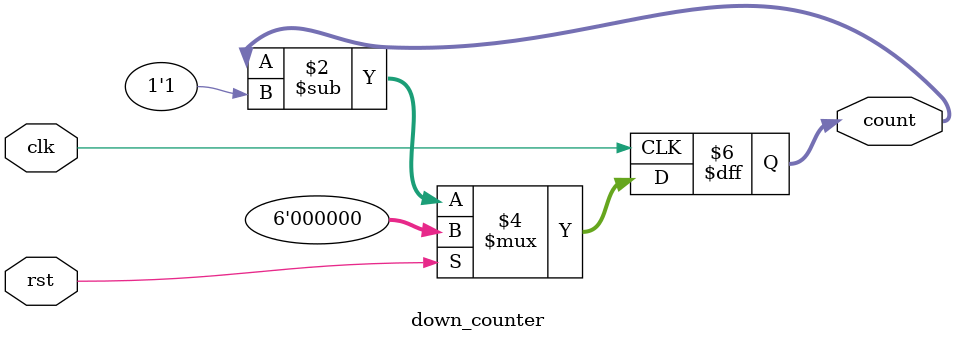
<source format=v>
module down_counter(clk,rst,count);
	input clk,rst;
	output reg [5:0]count;
	
	always@(posedge clk)
		begin
			if(rst)
				count <= 6'b0;
			else
				count <= count - 1'b1;
		end
endmodule
</source>
